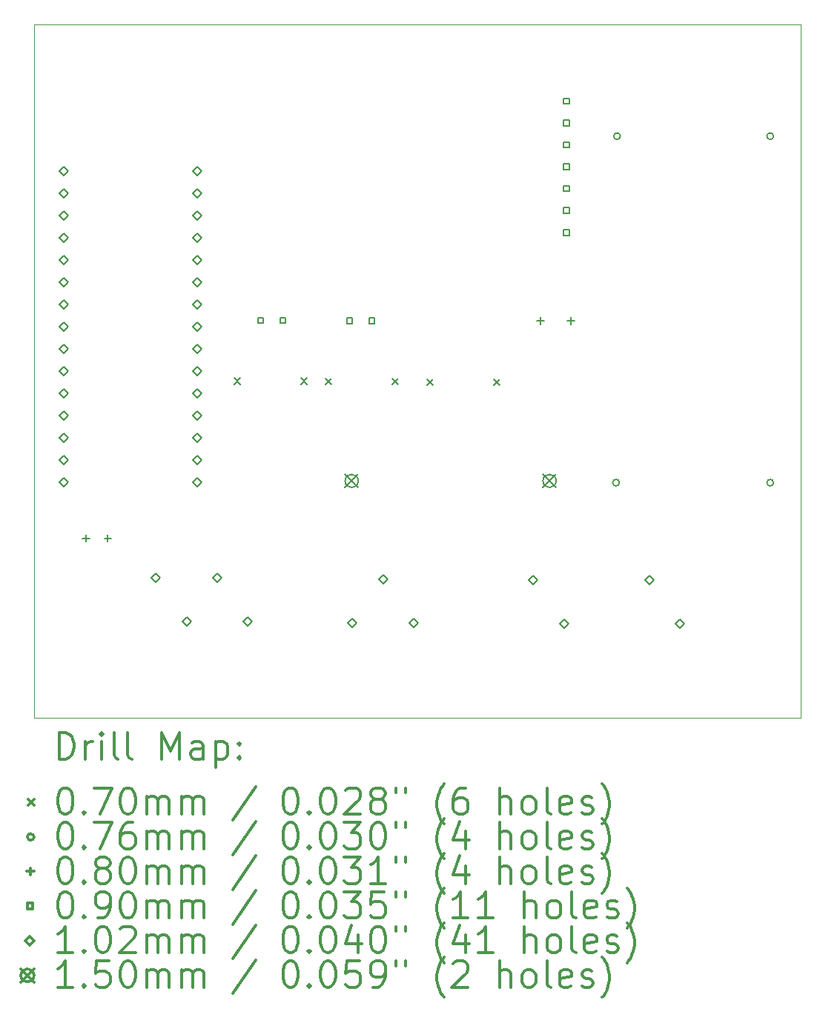
<source format=gbr>
%FSLAX45Y45*%
G04 Gerber Fmt 4.5, Leading zero omitted, Abs format (unit mm)*
G04 Created by KiCad (PCBNEW (5.1.5)-3) date 2021-05-14 14:22:50*
%MOMM*%
%LPD*%
G04 APERTURE LIST*
%TA.AperFunction,Profile*%
%ADD10C,0.050000*%
%TD*%
%ADD11C,0.200000*%
%ADD12C,0.300000*%
G04 APERTURE END LIST*
D10*
X10000000Y-14930000D02*
X10000000Y-7000000D01*
X18750000Y-14930000D02*
X10000000Y-14930000D01*
X18750000Y-7000000D02*
X18750000Y-14930000D01*
X10000000Y-7000000D02*
X18750000Y-7000000D01*
D11*
X13323000Y-11050000D02*
X13393000Y-11120000D01*
X13393000Y-11050000D02*
X13323000Y-11120000D01*
X12283000Y-11045000D02*
X12353000Y-11115000D01*
X12353000Y-11045000D02*
X12283000Y-11115000D01*
X13045000Y-11045000D02*
X13115000Y-11115000D01*
X13115000Y-11045000D02*
X13045000Y-11115000D01*
X14483000Y-11055000D02*
X14553000Y-11125000D01*
X14553000Y-11055000D02*
X14483000Y-11125000D01*
X15245000Y-11055000D02*
X15315000Y-11125000D01*
X15315000Y-11055000D02*
X15245000Y-11125000D01*
X14085000Y-11050000D02*
X14155000Y-11120000D01*
X14155000Y-11050000D02*
X14085000Y-11120000D01*
X16683100Y-12240000D02*
G75*
G03X16683100Y-12240000I-38100J0D01*
G01*
X16693100Y-8280000D02*
G75*
G03X16693100Y-8280000I-38100J0D01*
G01*
X18443100Y-8280000D02*
G75*
G03X18443100Y-8280000I-38100J0D01*
G01*
X18443100Y-12240000D02*
G75*
G03X18443100Y-12240000I-38100J0D01*
G01*
X10590000Y-12835000D02*
X10590000Y-12915000D01*
X10550000Y-12875000D02*
X10630000Y-12875000D01*
X10840000Y-12835000D02*
X10840000Y-12915000D01*
X10800000Y-12875000D02*
X10880000Y-12875000D01*
X15780000Y-10350000D02*
X15780000Y-10430000D01*
X15740000Y-10390000D02*
X15820000Y-10390000D01*
X16130000Y-10350000D02*
X16130000Y-10430000D01*
X16090000Y-10390000D02*
X16170000Y-10390000D01*
X16111820Y-7911820D02*
X16111820Y-7848180D01*
X16048180Y-7848180D01*
X16048180Y-7911820D01*
X16111820Y-7911820D01*
X16111820Y-8161820D02*
X16111820Y-8098180D01*
X16048180Y-8098180D01*
X16048180Y-8161820D01*
X16111820Y-8161820D01*
X16111820Y-8411820D02*
X16111820Y-8348180D01*
X16048180Y-8348180D01*
X16048180Y-8411820D01*
X16111820Y-8411820D01*
X16111820Y-8661820D02*
X16111820Y-8598180D01*
X16048180Y-8598180D01*
X16048180Y-8661820D01*
X16111820Y-8661820D01*
X16111820Y-8911820D02*
X16111820Y-8848180D01*
X16048180Y-8848180D01*
X16048180Y-8911820D01*
X16111820Y-8911820D01*
X16111820Y-9161820D02*
X16111820Y-9098180D01*
X16048180Y-9098180D01*
X16048180Y-9161820D01*
X16111820Y-9161820D01*
X16111820Y-9411820D02*
X16111820Y-9348180D01*
X16048180Y-9348180D01*
X16048180Y-9411820D01*
X16111820Y-9411820D01*
X13631820Y-10421820D02*
X13631820Y-10358180D01*
X13568180Y-10358180D01*
X13568180Y-10421820D01*
X13631820Y-10421820D01*
X13885820Y-10421820D02*
X13885820Y-10358180D01*
X13822180Y-10358180D01*
X13822180Y-10421820D01*
X13885820Y-10421820D01*
X12616820Y-10416820D02*
X12616820Y-10353180D01*
X12553180Y-10353180D01*
X12553180Y-10416820D01*
X12616820Y-10416820D01*
X12870820Y-10416820D02*
X12870820Y-10353180D01*
X12807180Y-10353180D01*
X12807180Y-10416820D01*
X12870820Y-10416820D01*
X17025000Y-13405800D02*
X17075800Y-13355000D01*
X17025000Y-13304200D01*
X16974200Y-13355000D01*
X17025000Y-13405800D01*
X17375000Y-13905800D02*
X17425800Y-13855000D01*
X17375000Y-13804200D01*
X17324200Y-13855000D01*
X17375000Y-13905800D01*
X11390000Y-13380800D02*
X11440800Y-13330000D01*
X11390000Y-13279200D01*
X11339200Y-13330000D01*
X11390000Y-13380800D01*
X11740000Y-13880800D02*
X11790800Y-13830000D01*
X11740000Y-13779200D01*
X11689200Y-13830000D01*
X11740000Y-13880800D01*
X12090000Y-13380800D02*
X12140800Y-13330000D01*
X12090000Y-13279200D01*
X12039200Y-13330000D01*
X12090000Y-13380800D01*
X12440000Y-13880800D02*
X12490800Y-13830000D01*
X12440000Y-13779200D01*
X12389200Y-13830000D01*
X12440000Y-13880800D01*
X15700000Y-13400800D02*
X15750800Y-13350000D01*
X15700000Y-13299200D01*
X15649200Y-13350000D01*
X15700000Y-13400800D01*
X16050000Y-13900800D02*
X16100800Y-13850000D01*
X16050000Y-13799200D01*
X15999200Y-13850000D01*
X16050000Y-13900800D01*
X10338000Y-8727800D02*
X10388800Y-8677000D01*
X10338000Y-8626200D01*
X10287200Y-8677000D01*
X10338000Y-8727800D01*
X10338000Y-8981800D02*
X10388800Y-8931000D01*
X10338000Y-8880200D01*
X10287200Y-8931000D01*
X10338000Y-8981800D01*
X10338000Y-9235800D02*
X10388800Y-9185000D01*
X10338000Y-9134200D01*
X10287200Y-9185000D01*
X10338000Y-9235800D01*
X10338000Y-9489800D02*
X10388800Y-9439000D01*
X10338000Y-9388200D01*
X10287200Y-9439000D01*
X10338000Y-9489800D01*
X10338000Y-9743800D02*
X10388800Y-9693000D01*
X10338000Y-9642200D01*
X10287200Y-9693000D01*
X10338000Y-9743800D01*
X10338000Y-9997800D02*
X10388800Y-9947000D01*
X10338000Y-9896200D01*
X10287200Y-9947000D01*
X10338000Y-9997800D01*
X10338000Y-10251800D02*
X10388800Y-10201000D01*
X10338000Y-10150200D01*
X10287200Y-10201000D01*
X10338000Y-10251800D01*
X10338000Y-10505800D02*
X10388800Y-10455000D01*
X10338000Y-10404200D01*
X10287200Y-10455000D01*
X10338000Y-10505800D01*
X10338000Y-10759800D02*
X10388800Y-10709000D01*
X10338000Y-10658200D01*
X10287200Y-10709000D01*
X10338000Y-10759800D01*
X10338000Y-11013800D02*
X10388800Y-10963000D01*
X10338000Y-10912200D01*
X10287200Y-10963000D01*
X10338000Y-11013800D01*
X10338000Y-11267800D02*
X10388800Y-11217000D01*
X10338000Y-11166200D01*
X10287200Y-11217000D01*
X10338000Y-11267800D01*
X10338000Y-11521800D02*
X10388800Y-11471000D01*
X10338000Y-11420200D01*
X10287200Y-11471000D01*
X10338000Y-11521800D01*
X10338000Y-11775800D02*
X10388800Y-11725000D01*
X10338000Y-11674200D01*
X10287200Y-11725000D01*
X10338000Y-11775800D01*
X10338000Y-12029800D02*
X10388800Y-11979000D01*
X10338000Y-11928200D01*
X10287200Y-11979000D01*
X10338000Y-12029800D01*
X10338000Y-12283800D02*
X10388800Y-12233000D01*
X10338000Y-12182200D01*
X10287200Y-12233000D01*
X10338000Y-12283800D01*
X11862000Y-8727800D02*
X11912800Y-8677000D01*
X11862000Y-8626200D01*
X11811200Y-8677000D01*
X11862000Y-8727800D01*
X11862000Y-8981800D02*
X11912800Y-8931000D01*
X11862000Y-8880200D01*
X11811200Y-8931000D01*
X11862000Y-8981800D01*
X11862000Y-9235800D02*
X11912800Y-9185000D01*
X11862000Y-9134200D01*
X11811200Y-9185000D01*
X11862000Y-9235800D01*
X11862000Y-9489800D02*
X11912800Y-9439000D01*
X11862000Y-9388200D01*
X11811200Y-9439000D01*
X11862000Y-9489800D01*
X11862000Y-9743800D02*
X11912800Y-9693000D01*
X11862000Y-9642200D01*
X11811200Y-9693000D01*
X11862000Y-9743800D01*
X11862000Y-9997800D02*
X11912800Y-9947000D01*
X11862000Y-9896200D01*
X11811200Y-9947000D01*
X11862000Y-9997800D01*
X11862000Y-10251800D02*
X11912800Y-10201000D01*
X11862000Y-10150200D01*
X11811200Y-10201000D01*
X11862000Y-10251800D01*
X11862000Y-10505800D02*
X11912800Y-10455000D01*
X11862000Y-10404200D01*
X11811200Y-10455000D01*
X11862000Y-10505800D01*
X11862000Y-10759800D02*
X11912800Y-10709000D01*
X11862000Y-10658200D01*
X11811200Y-10709000D01*
X11862000Y-10759800D01*
X11862000Y-11013800D02*
X11912800Y-10963000D01*
X11862000Y-10912200D01*
X11811200Y-10963000D01*
X11862000Y-11013800D01*
X11862000Y-11267800D02*
X11912800Y-11217000D01*
X11862000Y-11166200D01*
X11811200Y-11217000D01*
X11862000Y-11267800D01*
X11862000Y-11521800D02*
X11912800Y-11471000D01*
X11862000Y-11420200D01*
X11811200Y-11471000D01*
X11862000Y-11521800D01*
X11862000Y-11775800D02*
X11912800Y-11725000D01*
X11862000Y-11674200D01*
X11811200Y-11725000D01*
X11862000Y-11775800D01*
X11862000Y-12029800D02*
X11912800Y-11979000D01*
X11862000Y-11928200D01*
X11811200Y-11979000D01*
X11862000Y-12029800D01*
X11862000Y-12283800D02*
X11912800Y-12233000D01*
X11862000Y-12182200D01*
X11811200Y-12233000D01*
X11862000Y-12283800D01*
X13635000Y-13895800D02*
X13685800Y-13845000D01*
X13635000Y-13794200D01*
X13584200Y-13845000D01*
X13635000Y-13895800D01*
X13985000Y-13395800D02*
X14035800Y-13345000D01*
X13985000Y-13294200D01*
X13934200Y-13345000D01*
X13985000Y-13395800D01*
X14335000Y-13895800D02*
X14385800Y-13845000D01*
X14335000Y-13794200D01*
X14284200Y-13845000D01*
X14335000Y-13895800D01*
X13550000Y-12145000D02*
X13700000Y-12295000D01*
X13700000Y-12145000D02*
X13550000Y-12295000D01*
X13700000Y-12220000D02*
G75*
G03X13700000Y-12220000I-75000J0D01*
G01*
X15810000Y-12145000D02*
X15960000Y-12295000D01*
X15960000Y-12145000D02*
X15810000Y-12295000D01*
X15960000Y-12220000D02*
G75*
G03X15960000Y-12220000I-75000J0D01*
G01*
D12*
X10283928Y-15398214D02*
X10283928Y-15098214D01*
X10355357Y-15098214D01*
X10398214Y-15112500D01*
X10426786Y-15141071D01*
X10441071Y-15169643D01*
X10455357Y-15226786D01*
X10455357Y-15269643D01*
X10441071Y-15326786D01*
X10426786Y-15355357D01*
X10398214Y-15383929D01*
X10355357Y-15398214D01*
X10283928Y-15398214D01*
X10583928Y-15398214D02*
X10583928Y-15198214D01*
X10583928Y-15255357D02*
X10598214Y-15226786D01*
X10612500Y-15212500D01*
X10641071Y-15198214D01*
X10669643Y-15198214D01*
X10769643Y-15398214D02*
X10769643Y-15198214D01*
X10769643Y-15098214D02*
X10755357Y-15112500D01*
X10769643Y-15126786D01*
X10783928Y-15112500D01*
X10769643Y-15098214D01*
X10769643Y-15126786D01*
X10955357Y-15398214D02*
X10926786Y-15383929D01*
X10912500Y-15355357D01*
X10912500Y-15098214D01*
X11112500Y-15398214D02*
X11083928Y-15383929D01*
X11069643Y-15355357D01*
X11069643Y-15098214D01*
X11455357Y-15398214D02*
X11455357Y-15098214D01*
X11555357Y-15312500D01*
X11655357Y-15098214D01*
X11655357Y-15398214D01*
X11926786Y-15398214D02*
X11926786Y-15241071D01*
X11912500Y-15212500D01*
X11883928Y-15198214D01*
X11826786Y-15198214D01*
X11798214Y-15212500D01*
X11926786Y-15383929D02*
X11898214Y-15398214D01*
X11826786Y-15398214D01*
X11798214Y-15383929D01*
X11783928Y-15355357D01*
X11783928Y-15326786D01*
X11798214Y-15298214D01*
X11826786Y-15283929D01*
X11898214Y-15283929D01*
X11926786Y-15269643D01*
X12069643Y-15198214D02*
X12069643Y-15498214D01*
X12069643Y-15212500D02*
X12098214Y-15198214D01*
X12155357Y-15198214D01*
X12183928Y-15212500D01*
X12198214Y-15226786D01*
X12212500Y-15255357D01*
X12212500Y-15341071D01*
X12198214Y-15369643D01*
X12183928Y-15383929D01*
X12155357Y-15398214D01*
X12098214Y-15398214D01*
X12069643Y-15383929D01*
X12341071Y-15369643D02*
X12355357Y-15383929D01*
X12341071Y-15398214D01*
X12326786Y-15383929D01*
X12341071Y-15369643D01*
X12341071Y-15398214D01*
X12341071Y-15212500D02*
X12355357Y-15226786D01*
X12341071Y-15241071D01*
X12326786Y-15226786D01*
X12341071Y-15212500D01*
X12341071Y-15241071D01*
X9927500Y-15857500D02*
X9997500Y-15927500D01*
X9997500Y-15857500D02*
X9927500Y-15927500D01*
X10341071Y-15728214D02*
X10369643Y-15728214D01*
X10398214Y-15742500D01*
X10412500Y-15756786D01*
X10426786Y-15785357D01*
X10441071Y-15842500D01*
X10441071Y-15913929D01*
X10426786Y-15971071D01*
X10412500Y-15999643D01*
X10398214Y-16013929D01*
X10369643Y-16028214D01*
X10341071Y-16028214D01*
X10312500Y-16013929D01*
X10298214Y-15999643D01*
X10283928Y-15971071D01*
X10269643Y-15913929D01*
X10269643Y-15842500D01*
X10283928Y-15785357D01*
X10298214Y-15756786D01*
X10312500Y-15742500D01*
X10341071Y-15728214D01*
X10569643Y-15999643D02*
X10583928Y-16013929D01*
X10569643Y-16028214D01*
X10555357Y-16013929D01*
X10569643Y-15999643D01*
X10569643Y-16028214D01*
X10683928Y-15728214D02*
X10883928Y-15728214D01*
X10755357Y-16028214D01*
X11055357Y-15728214D02*
X11083928Y-15728214D01*
X11112500Y-15742500D01*
X11126786Y-15756786D01*
X11141071Y-15785357D01*
X11155357Y-15842500D01*
X11155357Y-15913929D01*
X11141071Y-15971071D01*
X11126786Y-15999643D01*
X11112500Y-16013929D01*
X11083928Y-16028214D01*
X11055357Y-16028214D01*
X11026786Y-16013929D01*
X11012500Y-15999643D01*
X10998214Y-15971071D01*
X10983928Y-15913929D01*
X10983928Y-15842500D01*
X10998214Y-15785357D01*
X11012500Y-15756786D01*
X11026786Y-15742500D01*
X11055357Y-15728214D01*
X11283928Y-16028214D02*
X11283928Y-15828214D01*
X11283928Y-15856786D02*
X11298214Y-15842500D01*
X11326786Y-15828214D01*
X11369643Y-15828214D01*
X11398214Y-15842500D01*
X11412500Y-15871071D01*
X11412500Y-16028214D01*
X11412500Y-15871071D02*
X11426786Y-15842500D01*
X11455357Y-15828214D01*
X11498214Y-15828214D01*
X11526786Y-15842500D01*
X11541071Y-15871071D01*
X11541071Y-16028214D01*
X11683928Y-16028214D02*
X11683928Y-15828214D01*
X11683928Y-15856786D02*
X11698214Y-15842500D01*
X11726786Y-15828214D01*
X11769643Y-15828214D01*
X11798214Y-15842500D01*
X11812500Y-15871071D01*
X11812500Y-16028214D01*
X11812500Y-15871071D02*
X11826786Y-15842500D01*
X11855357Y-15828214D01*
X11898214Y-15828214D01*
X11926786Y-15842500D01*
X11941071Y-15871071D01*
X11941071Y-16028214D01*
X12526786Y-15713929D02*
X12269643Y-16099643D01*
X12912500Y-15728214D02*
X12941071Y-15728214D01*
X12969643Y-15742500D01*
X12983928Y-15756786D01*
X12998214Y-15785357D01*
X13012500Y-15842500D01*
X13012500Y-15913929D01*
X12998214Y-15971071D01*
X12983928Y-15999643D01*
X12969643Y-16013929D01*
X12941071Y-16028214D01*
X12912500Y-16028214D01*
X12883928Y-16013929D01*
X12869643Y-15999643D01*
X12855357Y-15971071D01*
X12841071Y-15913929D01*
X12841071Y-15842500D01*
X12855357Y-15785357D01*
X12869643Y-15756786D01*
X12883928Y-15742500D01*
X12912500Y-15728214D01*
X13141071Y-15999643D02*
X13155357Y-16013929D01*
X13141071Y-16028214D01*
X13126786Y-16013929D01*
X13141071Y-15999643D01*
X13141071Y-16028214D01*
X13341071Y-15728214D02*
X13369643Y-15728214D01*
X13398214Y-15742500D01*
X13412500Y-15756786D01*
X13426786Y-15785357D01*
X13441071Y-15842500D01*
X13441071Y-15913929D01*
X13426786Y-15971071D01*
X13412500Y-15999643D01*
X13398214Y-16013929D01*
X13369643Y-16028214D01*
X13341071Y-16028214D01*
X13312500Y-16013929D01*
X13298214Y-15999643D01*
X13283928Y-15971071D01*
X13269643Y-15913929D01*
X13269643Y-15842500D01*
X13283928Y-15785357D01*
X13298214Y-15756786D01*
X13312500Y-15742500D01*
X13341071Y-15728214D01*
X13555357Y-15756786D02*
X13569643Y-15742500D01*
X13598214Y-15728214D01*
X13669643Y-15728214D01*
X13698214Y-15742500D01*
X13712500Y-15756786D01*
X13726786Y-15785357D01*
X13726786Y-15813929D01*
X13712500Y-15856786D01*
X13541071Y-16028214D01*
X13726786Y-16028214D01*
X13898214Y-15856786D02*
X13869643Y-15842500D01*
X13855357Y-15828214D01*
X13841071Y-15799643D01*
X13841071Y-15785357D01*
X13855357Y-15756786D01*
X13869643Y-15742500D01*
X13898214Y-15728214D01*
X13955357Y-15728214D01*
X13983928Y-15742500D01*
X13998214Y-15756786D01*
X14012500Y-15785357D01*
X14012500Y-15799643D01*
X13998214Y-15828214D01*
X13983928Y-15842500D01*
X13955357Y-15856786D01*
X13898214Y-15856786D01*
X13869643Y-15871071D01*
X13855357Y-15885357D01*
X13841071Y-15913929D01*
X13841071Y-15971071D01*
X13855357Y-15999643D01*
X13869643Y-16013929D01*
X13898214Y-16028214D01*
X13955357Y-16028214D01*
X13983928Y-16013929D01*
X13998214Y-15999643D01*
X14012500Y-15971071D01*
X14012500Y-15913929D01*
X13998214Y-15885357D01*
X13983928Y-15871071D01*
X13955357Y-15856786D01*
X14126786Y-15728214D02*
X14126786Y-15785357D01*
X14241071Y-15728214D02*
X14241071Y-15785357D01*
X14683928Y-16142500D02*
X14669643Y-16128214D01*
X14641071Y-16085357D01*
X14626786Y-16056786D01*
X14612500Y-16013929D01*
X14598214Y-15942500D01*
X14598214Y-15885357D01*
X14612500Y-15813929D01*
X14626786Y-15771071D01*
X14641071Y-15742500D01*
X14669643Y-15699643D01*
X14683928Y-15685357D01*
X14926786Y-15728214D02*
X14869643Y-15728214D01*
X14841071Y-15742500D01*
X14826786Y-15756786D01*
X14798214Y-15799643D01*
X14783928Y-15856786D01*
X14783928Y-15971071D01*
X14798214Y-15999643D01*
X14812500Y-16013929D01*
X14841071Y-16028214D01*
X14898214Y-16028214D01*
X14926786Y-16013929D01*
X14941071Y-15999643D01*
X14955357Y-15971071D01*
X14955357Y-15899643D01*
X14941071Y-15871071D01*
X14926786Y-15856786D01*
X14898214Y-15842500D01*
X14841071Y-15842500D01*
X14812500Y-15856786D01*
X14798214Y-15871071D01*
X14783928Y-15899643D01*
X15312500Y-16028214D02*
X15312500Y-15728214D01*
X15441071Y-16028214D02*
X15441071Y-15871071D01*
X15426786Y-15842500D01*
X15398214Y-15828214D01*
X15355357Y-15828214D01*
X15326786Y-15842500D01*
X15312500Y-15856786D01*
X15626786Y-16028214D02*
X15598214Y-16013929D01*
X15583928Y-15999643D01*
X15569643Y-15971071D01*
X15569643Y-15885357D01*
X15583928Y-15856786D01*
X15598214Y-15842500D01*
X15626786Y-15828214D01*
X15669643Y-15828214D01*
X15698214Y-15842500D01*
X15712500Y-15856786D01*
X15726786Y-15885357D01*
X15726786Y-15971071D01*
X15712500Y-15999643D01*
X15698214Y-16013929D01*
X15669643Y-16028214D01*
X15626786Y-16028214D01*
X15898214Y-16028214D02*
X15869643Y-16013929D01*
X15855357Y-15985357D01*
X15855357Y-15728214D01*
X16126786Y-16013929D02*
X16098214Y-16028214D01*
X16041071Y-16028214D01*
X16012500Y-16013929D01*
X15998214Y-15985357D01*
X15998214Y-15871071D01*
X16012500Y-15842500D01*
X16041071Y-15828214D01*
X16098214Y-15828214D01*
X16126786Y-15842500D01*
X16141071Y-15871071D01*
X16141071Y-15899643D01*
X15998214Y-15928214D01*
X16255357Y-16013929D02*
X16283928Y-16028214D01*
X16341071Y-16028214D01*
X16369643Y-16013929D01*
X16383928Y-15985357D01*
X16383928Y-15971071D01*
X16369643Y-15942500D01*
X16341071Y-15928214D01*
X16298214Y-15928214D01*
X16269643Y-15913929D01*
X16255357Y-15885357D01*
X16255357Y-15871071D01*
X16269643Y-15842500D01*
X16298214Y-15828214D01*
X16341071Y-15828214D01*
X16369643Y-15842500D01*
X16483928Y-16142500D02*
X16498214Y-16128214D01*
X16526786Y-16085357D01*
X16541071Y-16056786D01*
X16555357Y-16013929D01*
X16569643Y-15942500D01*
X16569643Y-15885357D01*
X16555357Y-15813929D01*
X16541071Y-15771071D01*
X16526786Y-15742500D01*
X16498214Y-15699643D01*
X16483928Y-15685357D01*
X9997500Y-16288500D02*
G75*
G03X9997500Y-16288500I-38100J0D01*
G01*
X10341071Y-16124214D02*
X10369643Y-16124214D01*
X10398214Y-16138500D01*
X10412500Y-16152786D01*
X10426786Y-16181357D01*
X10441071Y-16238500D01*
X10441071Y-16309929D01*
X10426786Y-16367071D01*
X10412500Y-16395643D01*
X10398214Y-16409929D01*
X10369643Y-16424214D01*
X10341071Y-16424214D01*
X10312500Y-16409929D01*
X10298214Y-16395643D01*
X10283928Y-16367071D01*
X10269643Y-16309929D01*
X10269643Y-16238500D01*
X10283928Y-16181357D01*
X10298214Y-16152786D01*
X10312500Y-16138500D01*
X10341071Y-16124214D01*
X10569643Y-16395643D02*
X10583928Y-16409929D01*
X10569643Y-16424214D01*
X10555357Y-16409929D01*
X10569643Y-16395643D01*
X10569643Y-16424214D01*
X10683928Y-16124214D02*
X10883928Y-16124214D01*
X10755357Y-16424214D01*
X11126786Y-16124214D02*
X11069643Y-16124214D01*
X11041071Y-16138500D01*
X11026786Y-16152786D01*
X10998214Y-16195643D01*
X10983928Y-16252786D01*
X10983928Y-16367071D01*
X10998214Y-16395643D01*
X11012500Y-16409929D01*
X11041071Y-16424214D01*
X11098214Y-16424214D01*
X11126786Y-16409929D01*
X11141071Y-16395643D01*
X11155357Y-16367071D01*
X11155357Y-16295643D01*
X11141071Y-16267071D01*
X11126786Y-16252786D01*
X11098214Y-16238500D01*
X11041071Y-16238500D01*
X11012500Y-16252786D01*
X10998214Y-16267071D01*
X10983928Y-16295643D01*
X11283928Y-16424214D02*
X11283928Y-16224214D01*
X11283928Y-16252786D02*
X11298214Y-16238500D01*
X11326786Y-16224214D01*
X11369643Y-16224214D01*
X11398214Y-16238500D01*
X11412500Y-16267071D01*
X11412500Y-16424214D01*
X11412500Y-16267071D02*
X11426786Y-16238500D01*
X11455357Y-16224214D01*
X11498214Y-16224214D01*
X11526786Y-16238500D01*
X11541071Y-16267071D01*
X11541071Y-16424214D01*
X11683928Y-16424214D02*
X11683928Y-16224214D01*
X11683928Y-16252786D02*
X11698214Y-16238500D01*
X11726786Y-16224214D01*
X11769643Y-16224214D01*
X11798214Y-16238500D01*
X11812500Y-16267071D01*
X11812500Y-16424214D01*
X11812500Y-16267071D02*
X11826786Y-16238500D01*
X11855357Y-16224214D01*
X11898214Y-16224214D01*
X11926786Y-16238500D01*
X11941071Y-16267071D01*
X11941071Y-16424214D01*
X12526786Y-16109929D02*
X12269643Y-16495643D01*
X12912500Y-16124214D02*
X12941071Y-16124214D01*
X12969643Y-16138500D01*
X12983928Y-16152786D01*
X12998214Y-16181357D01*
X13012500Y-16238500D01*
X13012500Y-16309929D01*
X12998214Y-16367071D01*
X12983928Y-16395643D01*
X12969643Y-16409929D01*
X12941071Y-16424214D01*
X12912500Y-16424214D01*
X12883928Y-16409929D01*
X12869643Y-16395643D01*
X12855357Y-16367071D01*
X12841071Y-16309929D01*
X12841071Y-16238500D01*
X12855357Y-16181357D01*
X12869643Y-16152786D01*
X12883928Y-16138500D01*
X12912500Y-16124214D01*
X13141071Y-16395643D02*
X13155357Y-16409929D01*
X13141071Y-16424214D01*
X13126786Y-16409929D01*
X13141071Y-16395643D01*
X13141071Y-16424214D01*
X13341071Y-16124214D02*
X13369643Y-16124214D01*
X13398214Y-16138500D01*
X13412500Y-16152786D01*
X13426786Y-16181357D01*
X13441071Y-16238500D01*
X13441071Y-16309929D01*
X13426786Y-16367071D01*
X13412500Y-16395643D01*
X13398214Y-16409929D01*
X13369643Y-16424214D01*
X13341071Y-16424214D01*
X13312500Y-16409929D01*
X13298214Y-16395643D01*
X13283928Y-16367071D01*
X13269643Y-16309929D01*
X13269643Y-16238500D01*
X13283928Y-16181357D01*
X13298214Y-16152786D01*
X13312500Y-16138500D01*
X13341071Y-16124214D01*
X13541071Y-16124214D02*
X13726786Y-16124214D01*
X13626786Y-16238500D01*
X13669643Y-16238500D01*
X13698214Y-16252786D01*
X13712500Y-16267071D01*
X13726786Y-16295643D01*
X13726786Y-16367071D01*
X13712500Y-16395643D01*
X13698214Y-16409929D01*
X13669643Y-16424214D01*
X13583928Y-16424214D01*
X13555357Y-16409929D01*
X13541071Y-16395643D01*
X13912500Y-16124214D02*
X13941071Y-16124214D01*
X13969643Y-16138500D01*
X13983928Y-16152786D01*
X13998214Y-16181357D01*
X14012500Y-16238500D01*
X14012500Y-16309929D01*
X13998214Y-16367071D01*
X13983928Y-16395643D01*
X13969643Y-16409929D01*
X13941071Y-16424214D01*
X13912500Y-16424214D01*
X13883928Y-16409929D01*
X13869643Y-16395643D01*
X13855357Y-16367071D01*
X13841071Y-16309929D01*
X13841071Y-16238500D01*
X13855357Y-16181357D01*
X13869643Y-16152786D01*
X13883928Y-16138500D01*
X13912500Y-16124214D01*
X14126786Y-16124214D02*
X14126786Y-16181357D01*
X14241071Y-16124214D02*
X14241071Y-16181357D01*
X14683928Y-16538500D02*
X14669643Y-16524214D01*
X14641071Y-16481357D01*
X14626786Y-16452786D01*
X14612500Y-16409929D01*
X14598214Y-16338500D01*
X14598214Y-16281357D01*
X14612500Y-16209929D01*
X14626786Y-16167071D01*
X14641071Y-16138500D01*
X14669643Y-16095643D01*
X14683928Y-16081357D01*
X14926786Y-16224214D02*
X14926786Y-16424214D01*
X14855357Y-16109929D02*
X14783928Y-16324214D01*
X14969643Y-16324214D01*
X15312500Y-16424214D02*
X15312500Y-16124214D01*
X15441071Y-16424214D02*
X15441071Y-16267071D01*
X15426786Y-16238500D01*
X15398214Y-16224214D01*
X15355357Y-16224214D01*
X15326786Y-16238500D01*
X15312500Y-16252786D01*
X15626786Y-16424214D02*
X15598214Y-16409929D01*
X15583928Y-16395643D01*
X15569643Y-16367071D01*
X15569643Y-16281357D01*
X15583928Y-16252786D01*
X15598214Y-16238500D01*
X15626786Y-16224214D01*
X15669643Y-16224214D01*
X15698214Y-16238500D01*
X15712500Y-16252786D01*
X15726786Y-16281357D01*
X15726786Y-16367071D01*
X15712500Y-16395643D01*
X15698214Y-16409929D01*
X15669643Y-16424214D01*
X15626786Y-16424214D01*
X15898214Y-16424214D02*
X15869643Y-16409929D01*
X15855357Y-16381357D01*
X15855357Y-16124214D01*
X16126786Y-16409929D02*
X16098214Y-16424214D01*
X16041071Y-16424214D01*
X16012500Y-16409929D01*
X15998214Y-16381357D01*
X15998214Y-16267071D01*
X16012500Y-16238500D01*
X16041071Y-16224214D01*
X16098214Y-16224214D01*
X16126786Y-16238500D01*
X16141071Y-16267071D01*
X16141071Y-16295643D01*
X15998214Y-16324214D01*
X16255357Y-16409929D02*
X16283928Y-16424214D01*
X16341071Y-16424214D01*
X16369643Y-16409929D01*
X16383928Y-16381357D01*
X16383928Y-16367071D01*
X16369643Y-16338500D01*
X16341071Y-16324214D01*
X16298214Y-16324214D01*
X16269643Y-16309929D01*
X16255357Y-16281357D01*
X16255357Y-16267071D01*
X16269643Y-16238500D01*
X16298214Y-16224214D01*
X16341071Y-16224214D01*
X16369643Y-16238500D01*
X16483928Y-16538500D02*
X16498214Y-16524214D01*
X16526786Y-16481357D01*
X16541071Y-16452786D01*
X16555357Y-16409929D01*
X16569643Y-16338500D01*
X16569643Y-16281357D01*
X16555357Y-16209929D01*
X16541071Y-16167071D01*
X16526786Y-16138500D01*
X16498214Y-16095643D01*
X16483928Y-16081357D01*
X9957500Y-16644500D02*
X9957500Y-16724500D01*
X9917500Y-16684500D02*
X9997500Y-16684500D01*
X10341071Y-16520214D02*
X10369643Y-16520214D01*
X10398214Y-16534500D01*
X10412500Y-16548786D01*
X10426786Y-16577357D01*
X10441071Y-16634500D01*
X10441071Y-16705929D01*
X10426786Y-16763071D01*
X10412500Y-16791643D01*
X10398214Y-16805929D01*
X10369643Y-16820214D01*
X10341071Y-16820214D01*
X10312500Y-16805929D01*
X10298214Y-16791643D01*
X10283928Y-16763071D01*
X10269643Y-16705929D01*
X10269643Y-16634500D01*
X10283928Y-16577357D01*
X10298214Y-16548786D01*
X10312500Y-16534500D01*
X10341071Y-16520214D01*
X10569643Y-16791643D02*
X10583928Y-16805929D01*
X10569643Y-16820214D01*
X10555357Y-16805929D01*
X10569643Y-16791643D01*
X10569643Y-16820214D01*
X10755357Y-16648786D02*
X10726786Y-16634500D01*
X10712500Y-16620214D01*
X10698214Y-16591643D01*
X10698214Y-16577357D01*
X10712500Y-16548786D01*
X10726786Y-16534500D01*
X10755357Y-16520214D01*
X10812500Y-16520214D01*
X10841071Y-16534500D01*
X10855357Y-16548786D01*
X10869643Y-16577357D01*
X10869643Y-16591643D01*
X10855357Y-16620214D01*
X10841071Y-16634500D01*
X10812500Y-16648786D01*
X10755357Y-16648786D01*
X10726786Y-16663071D01*
X10712500Y-16677357D01*
X10698214Y-16705929D01*
X10698214Y-16763071D01*
X10712500Y-16791643D01*
X10726786Y-16805929D01*
X10755357Y-16820214D01*
X10812500Y-16820214D01*
X10841071Y-16805929D01*
X10855357Y-16791643D01*
X10869643Y-16763071D01*
X10869643Y-16705929D01*
X10855357Y-16677357D01*
X10841071Y-16663071D01*
X10812500Y-16648786D01*
X11055357Y-16520214D02*
X11083928Y-16520214D01*
X11112500Y-16534500D01*
X11126786Y-16548786D01*
X11141071Y-16577357D01*
X11155357Y-16634500D01*
X11155357Y-16705929D01*
X11141071Y-16763071D01*
X11126786Y-16791643D01*
X11112500Y-16805929D01*
X11083928Y-16820214D01*
X11055357Y-16820214D01*
X11026786Y-16805929D01*
X11012500Y-16791643D01*
X10998214Y-16763071D01*
X10983928Y-16705929D01*
X10983928Y-16634500D01*
X10998214Y-16577357D01*
X11012500Y-16548786D01*
X11026786Y-16534500D01*
X11055357Y-16520214D01*
X11283928Y-16820214D02*
X11283928Y-16620214D01*
X11283928Y-16648786D02*
X11298214Y-16634500D01*
X11326786Y-16620214D01*
X11369643Y-16620214D01*
X11398214Y-16634500D01*
X11412500Y-16663071D01*
X11412500Y-16820214D01*
X11412500Y-16663071D02*
X11426786Y-16634500D01*
X11455357Y-16620214D01*
X11498214Y-16620214D01*
X11526786Y-16634500D01*
X11541071Y-16663071D01*
X11541071Y-16820214D01*
X11683928Y-16820214D02*
X11683928Y-16620214D01*
X11683928Y-16648786D02*
X11698214Y-16634500D01*
X11726786Y-16620214D01*
X11769643Y-16620214D01*
X11798214Y-16634500D01*
X11812500Y-16663071D01*
X11812500Y-16820214D01*
X11812500Y-16663071D02*
X11826786Y-16634500D01*
X11855357Y-16620214D01*
X11898214Y-16620214D01*
X11926786Y-16634500D01*
X11941071Y-16663071D01*
X11941071Y-16820214D01*
X12526786Y-16505929D02*
X12269643Y-16891643D01*
X12912500Y-16520214D02*
X12941071Y-16520214D01*
X12969643Y-16534500D01*
X12983928Y-16548786D01*
X12998214Y-16577357D01*
X13012500Y-16634500D01*
X13012500Y-16705929D01*
X12998214Y-16763071D01*
X12983928Y-16791643D01*
X12969643Y-16805929D01*
X12941071Y-16820214D01*
X12912500Y-16820214D01*
X12883928Y-16805929D01*
X12869643Y-16791643D01*
X12855357Y-16763071D01*
X12841071Y-16705929D01*
X12841071Y-16634500D01*
X12855357Y-16577357D01*
X12869643Y-16548786D01*
X12883928Y-16534500D01*
X12912500Y-16520214D01*
X13141071Y-16791643D02*
X13155357Y-16805929D01*
X13141071Y-16820214D01*
X13126786Y-16805929D01*
X13141071Y-16791643D01*
X13141071Y-16820214D01*
X13341071Y-16520214D02*
X13369643Y-16520214D01*
X13398214Y-16534500D01*
X13412500Y-16548786D01*
X13426786Y-16577357D01*
X13441071Y-16634500D01*
X13441071Y-16705929D01*
X13426786Y-16763071D01*
X13412500Y-16791643D01*
X13398214Y-16805929D01*
X13369643Y-16820214D01*
X13341071Y-16820214D01*
X13312500Y-16805929D01*
X13298214Y-16791643D01*
X13283928Y-16763071D01*
X13269643Y-16705929D01*
X13269643Y-16634500D01*
X13283928Y-16577357D01*
X13298214Y-16548786D01*
X13312500Y-16534500D01*
X13341071Y-16520214D01*
X13541071Y-16520214D02*
X13726786Y-16520214D01*
X13626786Y-16634500D01*
X13669643Y-16634500D01*
X13698214Y-16648786D01*
X13712500Y-16663071D01*
X13726786Y-16691643D01*
X13726786Y-16763071D01*
X13712500Y-16791643D01*
X13698214Y-16805929D01*
X13669643Y-16820214D01*
X13583928Y-16820214D01*
X13555357Y-16805929D01*
X13541071Y-16791643D01*
X14012500Y-16820214D02*
X13841071Y-16820214D01*
X13926786Y-16820214D02*
X13926786Y-16520214D01*
X13898214Y-16563071D01*
X13869643Y-16591643D01*
X13841071Y-16605929D01*
X14126786Y-16520214D02*
X14126786Y-16577357D01*
X14241071Y-16520214D02*
X14241071Y-16577357D01*
X14683928Y-16934500D02*
X14669643Y-16920214D01*
X14641071Y-16877357D01*
X14626786Y-16848786D01*
X14612500Y-16805929D01*
X14598214Y-16734500D01*
X14598214Y-16677357D01*
X14612500Y-16605929D01*
X14626786Y-16563071D01*
X14641071Y-16534500D01*
X14669643Y-16491643D01*
X14683928Y-16477357D01*
X14926786Y-16620214D02*
X14926786Y-16820214D01*
X14855357Y-16505929D02*
X14783928Y-16720214D01*
X14969643Y-16720214D01*
X15312500Y-16820214D02*
X15312500Y-16520214D01*
X15441071Y-16820214D02*
X15441071Y-16663071D01*
X15426786Y-16634500D01*
X15398214Y-16620214D01*
X15355357Y-16620214D01*
X15326786Y-16634500D01*
X15312500Y-16648786D01*
X15626786Y-16820214D02*
X15598214Y-16805929D01*
X15583928Y-16791643D01*
X15569643Y-16763071D01*
X15569643Y-16677357D01*
X15583928Y-16648786D01*
X15598214Y-16634500D01*
X15626786Y-16620214D01*
X15669643Y-16620214D01*
X15698214Y-16634500D01*
X15712500Y-16648786D01*
X15726786Y-16677357D01*
X15726786Y-16763071D01*
X15712500Y-16791643D01*
X15698214Y-16805929D01*
X15669643Y-16820214D01*
X15626786Y-16820214D01*
X15898214Y-16820214D02*
X15869643Y-16805929D01*
X15855357Y-16777357D01*
X15855357Y-16520214D01*
X16126786Y-16805929D02*
X16098214Y-16820214D01*
X16041071Y-16820214D01*
X16012500Y-16805929D01*
X15998214Y-16777357D01*
X15998214Y-16663071D01*
X16012500Y-16634500D01*
X16041071Y-16620214D01*
X16098214Y-16620214D01*
X16126786Y-16634500D01*
X16141071Y-16663071D01*
X16141071Y-16691643D01*
X15998214Y-16720214D01*
X16255357Y-16805929D02*
X16283928Y-16820214D01*
X16341071Y-16820214D01*
X16369643Y-16805929D01*
X16383928Y-16777357D01*
X16383928Y-16763071D01*
X16369643Y-16734500D01*
X16341071Y-16720214D01*
X16298214Y-16720214D01*
X16269643Y-16705929D01*
X16255357Y-16677357D01*
X16255357Y-16663071D01*
X16269643Y-16634500D01*
X16298214Y-16620214D01*
X16341071Y-16620214D01*
X16369643Y-16634500D01*
X16483928Y-16934500D02*
X16498214Y-16920214D01*
X16526786Y-16877357D01*
X16541071Y-16848786D01*
X16555357Y-16805929D01*
X16569643Y-16734500D01*
X16569643Y-16677357D01*
X16555357Y-16605929D01*
X16541071Y-16563071D01*
X16526786Y-16534500D01*
X16498214Y-16491643D01*
X16483928Y-16477357D01*
X9984320Y-17112320D02*
X9984320Y-17048680D01*
X9920680Y-17048680D01*
X9920680Y-17112320D01*
X9984320Y-17112320D01*
X10341071Y-16916214D02*
X10369643Y-16916214D01*
X10398214Y-16930500D01*
X10412500Y-16944786D01*
X10426786Y-16973357D01*
X10441071Y-17030500D01*
X10441071Y-17101929D01*
X10426786Y-17159072D01*
X10412500Y-17187643D01*
X10398214Y-17201929D01*
X10369643Y-17216214D01*
X10341071Y-17216214D01*
X10312500Y-17201929D01*
X10298214Y-17187643D01*
X10283928Y-17159072D01*
X10269643Y-17101929D01*
X10269643Y-17030500D01*
X10283928Y-16973357D01*
X10298214Y-16944786D01*
X10312500Y-16930500D01*
X10341071Y-16916214D01*
X10569643Y-17187643D02*
X10583928Y-17201929D01*
X10569643Y-17216214D01*
X10555357Y-17201929D01*
X10569643Y-17187643D01*
X10569643Y-17216214D01*
X10726786Y-17216214D02*
X10783928Y-17216214D01*
X10812500Y-17201929D01*
X10826786Y-17187643D01*
X10855357Y-17144786D01*
X10869643Y-17087643D01*
X10869643Y-16973357D01*
X10855357Y-16944786D01*
X10841071Y-16930500D01*
X10812500Y-16916214D01*
X10755357Y-16916214D01*
X10726786Y-16930500D01*
X10712500Y-16944786D01*
X10698214Y-16973357D01*
X10698214Y-17044786D01*
X10712500Y-17073357D01*
X10726786Y-17087643D01*
X10755357Y-17101929D01*
X10812500Y-17101929D01*
X10841071Y-17087643D01*
X10855357Y-17073357D01*
X10869643Y-17044786D01*
X11055357Y-16916214D02*
X11083928Y-16916214D01*
X11112500Y-16930500D01*
X11126786Y-16944786D01*
X11141071Y-16973357D01*
X11155357Y-17030500D01*
X11155357Y-17101929D01*
X11141071Y-17159072D01*
X11126786Y-17187643D01*
X11112500Y-17201929D01*
X11083928Y-17216214D01*
X11055357Y-17216214D01*
X11026786Y-17201929D01*
X11012500Y-17187643D01*
X10998214Y-17159072D01*
X10983928Y-17101929D01*
X10983928Y-17030500D01*
X10998214Y-16973357D01*
X11012500Y-16944786D01*
X11026786Y-16930500D01*
X11055357Y-16916214D01*
X11283928Y-17216214D02*
X11283928Y-17016214D01*
X11283928Y-17044786D02*
X11298214Y-17030500D01*
X11326786Y-17016214D01*
X11369643Y-17016214D01*
X11398214Y-17030500D01*
X11412500Y-17059072D01*
X11412500Y-17216214D01*
X11412500Y-17059072D02*
X11426786Y-17030500D01*
X11455357Y-17016214D01*
X11498214Y-17016214D01*
X11526786Y-17030500D01*
X11541071Y-17059072D01*
X11541071Y-17216214D01*
X11683928Y-17216214D02*
X11683928Y-17016214D01*
X11683928Y-17044786D02*
X11698214Y-17030500D01*
X11726786Y-17016214D01*
X11769643Y-17016214D01*
X11798214Y-17030500D01*
X11812500Y-17059072D01*
X11812500Y-17216214D01*
X11812500Y-17059072D02*
X11826786Y-17030500D01*
X11855357Y-17016214D01*
X11898214Y-17016214D01*
X11926786Y-17030500D01*
X11941071Y-17059072D01*
X11941071Y-17216214D01*
X12526786Y-16901929D02*
X12269643Y-17287643D01*
X12912500Y-16916214D02*
X12941071Y-16916214D01*
X12969643Y-16930500D01*
X12983928Y-16944786D01*
X12998214Y-16973357D01*
X13012500Y-17030500D01*
X13012500Y-17101929D01*
X12998214Y-17159072D01*
X12983928Y-17187643D01*
X12969643Y-17201929D01*
X12941071Y-17216214D01*
X12912500Y-17216214D01*
X12883928Y-17201929D01*
X12869643Y-17187643D01*
X12855357Y-17159072D01*
X12841071Y-17101929D01*
X12841071Y-17030500D01*
X12855357Y-16973357D01*
X12869643Y-16944786D01*
X12883928Y-16930500D01*
X12912500Y-16916214D01*
X13141071Y-17187643D02*
X13155357Y-17201929D01*
X13141071Y-17216214D01*
X13126786Y-17201929D01*
X13141071Y-17187643D01*
X13141071Y-17216214D01*
X13341071Y-16916214D02*
X13369643Y-16916214D01*
X13398214Y-16930500D01*
X13412500Y-16944786D01*
X13426786Y-16973357D01*
X13441071Y-17030500D01*
X13441071Y-17101929D01*
X13426786Y-17159072D01*
X13412500Y-17187643D01*
X13398214Y-17201929D01*
X13369643Y-17216214D01*
X13341071Y-17216214D01*
X13312500Y-17201929D01*
X13298214Y-17187643D01*
X13283928Y-17159072D01*
X13269643Y-17101929D01*
X13269643Y-17030500D01*
X13283928Y-16973357D01*
X13298214Y-16944786D01*
X13312500Y-16930500D01*
X13341071Y-16916214D01*
X13541071Y-16916214D02*
X13726786Y-16916214D01*
X13626786Y-17030500D01*
X13669643Y-17030500D01*
X13698214Y-17044786D01*
X13712500Y-17059072D01*
X13726786Y-17087643D01*
X13726786Y-17159072D01*
X13712500Y-17187643D01*
X13698214Y-17201929D01*
X13669643Y-17216214D01*
X13583928Y-17216214D01*
X13555357Y-17201929D01*
X13541071Y-17187643D01*
X13998214Y-16916214D02*
X13855357Y-16916214D01*
X13841071Y-17059072D01*
X13855357Y-17044786D01*
X13883928Y-17030500D01*
X13955357Y-17030500D01*
X13983928Y-17044786D01*
X13998214Y-17059072D01*
X14012500Y-17087643D01*
X14012500Y-17159072D01*
X13998214Y-17187643D01*
X13983928Y-17201929D01*
X13955357Y-17216214D01*
X13883928Y-17216214D01*
X13855357Y-17201929D01*
X13841071Y-17187643D01*
X14126786Y-16916214D02*
X14126786Y-16973357D01*
X14241071Y-16916214D02*
X14241071Y-16973357D01*
X14683928Y-17330500D02*
X14669643Y-17316214D01*
X14641071Y-17273357D01*
X14626786Y-17244786D01*
X14612500Y-17201929D01*
X14598214Y-17130500D01*
X14598214Y-17073357D01*
X14612500Y-17001929D01*
X14626786Y-16959072D01*
X14641071Y-16930500D01*
X14669643Y-16887643D01*
X14683928Y-16873357D01*
X14955357Y-17216214D02*
X14783928Y-17216214D01*
X14869643Y-17216214D02*
X14869643Y-16916214D01*
X14841071Y-16959072D01*
X14812500Y-16987643D01*
X14783928Y-17001929D01*
X15241071Y-17216214D02*
X15069643Y-17216214D01*
X15155357Y-17216214D02*
X15155357Y-16916214D01*
X15126786Y-16959072D01*
X15098214Y-16987643D01*
X15069643Y-17001929D01*
X15598214Y-17216214D02*
X15598214Y-16916214D01*
X15726786Y-17216214D02*
X15726786Y-17059072D01*
X15712500Y-17030500D01*
X15683928Y-17016214D01*
X15641071Y-17016214D01*
X15612500Y-17030500D01*
X15598214Y-17044786D01*
X15912500Y-17216214D02*
X15883928Y-17201929D01*
X15869643Y-17187643D01*
X15855357Y-17159072D01*
X15855357Y-17073357D01*
X15869643Y-17044786D01*
X15883928Y-17030500D01*
X15912500Y-17016214D01*
X15955357Y-17016214D01*
X15983928Y-17030500D01*
X15998214Y-17044786D01*
X16012500Y-17073357D01*
X16012500Y-17159072D01*
X15998214Y-17187643D01*
X15983928Y-17201929D01*
X15955357Y-17216214D01*
X15912500Y-17216214D01*
X16183928Y-17216214D02*
X16155357Y-17201929D01*
X16141071Y-17173357D01*
X16141071Y-16916214D01*
X16412500Y-17201929D02*
X16383928Y-17216214D01*
X16326786Y-17216214D01*
X16298214Y-17201929D01*
X16283928Y-17173357D01*
X16283928Y-17059072D01*
X16298214Y-17030500D01*
X16326786Y-17016214D01*
X16383928Y-17016214D01*
X16412500Y-17030500D01*
X16426786Y-17059072D01*
X16426786Y-17087643D01*
X16283928Y-17116214D01*
X16541071Y-17201929D02*
X16569643Y-17216214D01*
X16626786Y-17216214D01*
X16655357Y-17201929D01*
X16669643Y-17173357D01*
X16669643Y-17159072D01*
X16655357Y-17130500D01*
X16626786Y-17116214D01*
X16583928Y-17116214D01*
X16555357Y-17101929D01*
X16541071Y-17073357D01*
X16541071Y-17059072D01*
X16555357Y-17030500D01*
X16583928Y-17016214D01*
X16626786Y-17016214D01*
X16655357Y-17030500D01*
X16769643Y-17330500D02*
X16783928Y-17316214D01*
X16812500Y-17273357D01*
X16826786Y-17244786D01*
X16841071Y-17201929D01*
X16855357Y-17130500D01*
X16855357Y-17073357D01*
X16841071Y-17001929D01*
X16826786Y-16959072D01*
X16812500Y-16930500D01*
X16783928Y-16887643D01*
X16769643Y-16873357D01*
X9946700Y-17527300D02*
X9997500Y-17476500D01*
X9946700Y-17425700D01*
X9895900Y-17476500D01*
X9946700Y-17527300D01*
X10441071Y-17612214D02*
X10269643Y-17612214D01*
X10355357Y-17612214D02*
X10355357Y-17312214D01*
X10326786Y-17355072D01*
X10298214Y-17383643D01*
X10269643Y-17397929D01*
X10569643Y-17583643D02*
X10583928Y-17597929D01*
X10569643Y-17612214D01*
X10555357Y-17597929D01*
X10569643Y-17583643D01*
X10569643Y-17612214D01*
X10769643Y-17312214D02*
X10798214Y-17312214D01*
X10826786Y-17326500D01*
X10841071Y-17340786D01*
X10855357Y-17369357D01*
X10869643Y-17426500D01*
X10869643Y-17497929D01*
X10855357Y-17555072D01*
X10841071Y-17583643D01*
X10826786Y-17597929D01*
X10798214Y-17612214D01*
X10769643Y-17612214D01*
X10741071Y-17597929D01*
X10726786Y-17583643D01*
X10712500Y-17555072D01*
X10698214Y-17497929D01*
X10698214Y-17426500D01*
X10712500Y-17369357D01*
X10726786Y-17340786D01*
X10741071Y-17326500D01*
X10769643Y-17312214D01*
X10983928Y-17340786D02*
X10998214Y-17326500D01*
X11026786Y-17312214D01*
X11098214Y-17312214D01*
X11126786Y-17326500D01*
X11141071Y-17340786D01*
X11155357Y-17369357D01*
X11155357Y-17397929D01*
X11141071Y-17440786D01*
X10969643Y-17612214D01*
X11155357Y-17612214D01*
X11283928Y-17612214D02*
X11283928Y-17412214D01*
X11283928Y-17440786D02*
X11298214Y-17426500D01*
X11326786Y-17412214D01*
X11369643Y-17412214D01*
X11398214Y-17426500D01*
X11412500Y-17455072D01*
X11412500Y-17612214D01*
X11412500Y-17455072D02*
X11426786Y-17426500D01*
X11455357Y-17412214D01*
X11498214Y-17412214D01*
X11526786Y-17426500D01*
X11541071Y-17455072D01*
X11541071Y-17612214D01*
X11683928Y-17612214D02*
X11683928Y-17412214D01*
X11683928Y-17440786D02*
X11698214Y-17426500D01*
X11726786Y-17412214D01*
X11769643Y-17412214D01*
X11798214Y-17426500D01*
X11812500Y-17455072D01*
X11812500Y-17612214D01*
X11812500Y-17455072D02*
X11826786Y-17426500D01*
X11855357Y-17412214D01*
X11898214Y-17412214D01*
X11926786Y-17426500D01*
X11941071Y-17455072D01*
X11941071Y-17612214D01*
X12526786Y-17297929D02*
X12269643Y-17683643D01*
X12912500Y-17312214D02*
X12941071Y-17312214D01*
X12969643Y-17326500D01*
X12983928Y-17340786D01*
X12998214Y-17369357D01*
X13012500Y-17426500D01*
X13012500Y-17497929D01*
X12998214Y-17555072D01*
X12983928Y-17583643D01*
X12969643Y-17597929D01*
X12941071Y-17612214D01*
X12912500Y-17612214D01*
X12883928Y-17597929D01*
X12869643Y-17583643D01*
X12855357Y-17555072D01*
X12841071Y-17497929D01*
X12841071Y-17426500D01*
X12855357Y-17369357D01*
X12869643Y-17340786D01*
X12883928Y-17326500D01*
X12912500Y-17312214D01*
X13141071Y-17583643D02*
X13155357Y-17597929D01*
X13141071Y-17612214D01*
X13126786Y-17597929D01*
X13141071Y-17583643D01*
X13141071Y-17612214D01*
X13341071Y-17312214D02*
X13369643Y-17312214D01*
X13398214Y-17326500D01*
X13412500Y-17340786D01*
X13426786Y-17369357D01*
X13441071Y-17426500D01*
X13441071Y-17497929D01*
X13426786Y-17555072D01*
X13412500Y-17583643D01*
X13398214Y-17597929D01*
X13369643Y-17612214D01*
X13341071Y-17612214D01*
X13312500Y-17597929D01*
X13298214Y-17583643D01*
X13283928Y-17555072D01*
X13269643Y-17497929D01*
X13269643Y-17426500D01*
X13283928Y-17369357D01*
X13298214Y-17340786D01*
X13312500Y-17326500D01*
X13341071Y-17312214D01*
X13698214Y-17412214D02*
X13698214Y-17612214D01*
X13626786Y-17297929D02*
X13555357Y-17512214D01*
X13741071Y-17512214D01*
X13912500Y-17312214D02*
X13941071Y-17312214D01*
X13969643Y-17326500D01*
X13983928Y-17340786D01*
X13998214Y-17369357D01*
X14012500Y-17426500D01*
X14012500Y-17497929D01*
X13998214Y-17555072D01*
X13983928Y-17583643D01*
X13969643Y-17597929D01*
X13941071Y-17612214D01*
X13912500Y-17612214D01*
X13883928Y-17597929D01*
X13869643Y-17583643D01*
X13855357Y-17555072D01*
X13841071Y-17497929D01*
X13841071Y-17426500D01*
X13855357Y-17369357D01*
X13869643Y-17340786D01*
X13883928Y-17326500D01*
X13912500Y-17312214D01*
X14126786Y-17312214D02*
X14126786Y-17369357D01*
X14241071Y-17312214D02*
X14241071Y-17369357D01*
X14683928Y-17726500D02*
X14669643Y-17712214D01*
X14641071Y-17669357D01*
X14626786Y-17640786D01*
X14612500Y-17597929D01*
X14598214Y-17526500D01*
X14598214Y-17469357D01*
X14612500Y-17397929D01*
X14626786Y-17355072D01*
X14641071Y-17326500D01*
X14669643Y-17283643D01*
X14683928Y-17269357D01*
X14926786Y-17412214D02*
X14926786Y-17612214D01*
X14855357Y-17297929D02*
X14783928Y-17512214D01*
X14969643Y-17512214D01*
X15241071Y-17612214D02*
X15069643Y-17612214D01*
X15155357Y-17612214D02*
X15155357Y-17312214D01*
X15126786Y-17355072D01*
X15098214Y-17383643D01*
X15069643Y-17397929D01*
X15598214Y-17612214D02*
X15598214Y-17312214D01*
X15726786Y-17612214D02*
X15726786Y-17455072D01*
X15712500Y-17426500D01*
X15683928Y-17412214D01*
X15641071Y-17412214D01*
X15612500Y-17426500D01*
X15598214Y-17440786D01*
X15912500Y-17612214D02*
X15883928Y-17597929D01*
X15869643Y-17583643D01*
X15855357Y-17555072D01*
X15855357Y-17469357D01*
X15869643Y-17440786D01*
X15883928Y-17426500D01*
X15912500Y-17412214D01*
X15955357Y-17412214D01*
X15983928Y-17426500D01*
X15998214Y-17440786D01*
X16012500Y-17469357D01*
X16012500Y-17555072D01*
X15998214Y-17583643D01*
X15983928Y-17597929D01*
X15955357Y-17612214D01*
X15912500Y-17612214D01*
X16183928Y-17612214D02*
X16155357Y-17597929D01*
X16141071Y-17569357D01*
X16141071Y-17312214D01*
X16412500Y-17597929D02*
X16383928Y-17612214D01*
X16326786Y-17612214D01*
X16298214Y-17597929D01*
X16283928Y-17569357D01*
X16283928Y-17455072D01*
X16298214Y-17426500D01*
X16326786Y-17412214D01*
X16383928Y-17412214D01*
X16412500Y-17426500D01*
X16426786Y-17455072D01*
X16426786Y-17483643D01*
X16283928Y-17512214D01*
X16541071Y-17597929D02*
X16569643Y-17612214D01*
X16626786Y-17612214D01*
X16655357Y-17597929D01*
X16669643Y-17569357D01*
X16669643Y-17555072D01*
X16655357Y-17526500D01*
X16626786Y-17512214D01*
X16583928Y-17512214D01*
X16555357Y-17497929D01*
X16541071Y-17469357D01*
X16541071Y-17455072D01*
X16555357Y-17426500D01*
X16583928Y-17412214D01*
X16626786Y-17412214D01*
X16655357Y-17426500D01*
X16769643Y-17726500D02*
X16783928Y-17712214D01*
X16812500Y-17669357D01*
X16826786Y-17640786D01*
X16841071Y-17597929D01*
X16855357Y-17526500D01*
X16855357Y-17469357D01*
X16841071Y-17397929D01*
X16826786Y-17355072D01*
X16812500Y-17326500D01*
X16783928Y-17283643D01*
X16769643Y-17269357D01*
X9847500Y-17797500D02*
X9997500Y-17947500D01*
X9997500Y-17797500D02*
X9847500Y-17947500D01*
X9997500Y-17872500D02*
G75*
G03X9997500Y-17872500I-75000J0D01*
G01*
X10441071Y-18008214D02*
X10269643Y-18008214D01*
X10355357Y-18008214D02*
X10355357Y-17708214D01*
X10326786Y-17751072D01*
X10298214Y-17779643D01*
X10269643Y-17793929D01*
X10569643Y-17979643D02*
X10583928Y-17993929D01*
X10569643Y-18008214D01*
X10555357Y-17993929D01*
X10569643Y-17979643D01*
X10569643Y-18008214D01*
X10855357Y-17708214D02*
X10712500Y-17708214D01*
X10698214Y-17851072D01*
X10712500Y-17836786D01*
X10741071Y-17822500D01*
X10812500Y-17822500D01*
X10841071Y-17836786D01*
X10855357Y-17851072D01*
X10869643Y-17879643D01*
X10869643Y-17951072D01*
X10855357Y-17979643D01*
X10841071Y-17993929D01*
X10812500Y-18008214D01*
X10741071Y-18008214D01*
X10712500Y-17993929D01*
X10698214Y-17979643D01*
X11055357Y-17708214D02*
X11083928Y-17708214D01*
X11112500Y-17722500D01*
X11126786Y-17736786D01*
X11141071Y-17765357D01*
X11155357Y-17822500D01*
X11155357Y-17893929D01*
X11141071Y-17951072D01*
X11126786Y-17979643D01*
X11112500Y-17993929D01*
X11083928Y-18008214D01*
X11055357Y-18008214D01*
X11026786Y-17993929D01*
X11012500Y-17979643D01*
X10998214Y-17951072D01*
X10983928Y-17893929D01*
X10983928Y-17822500D01*
X10998214Y-17765357D01*
X11012500Y-17736786D01*
X11026786Y-17722500D01*
X11055357Y-17708214D01*
X11283928Y-18008214D02*
X11283928Y-17808214D01*
X11283928Y-17836786D02*
X11298214Y-17822500D01*
X11326786Y-17808214D01*
X11369643Y-17808214D01*
X11398214Y-17822500D01*
X11412500Y-17851072D01*
X11412500Y-18008214D01*
X11412500Y-17851072D02*
X11426786Y-17822500D01*
X11455357Y-17808214D01*
X11498214Y-17808214D01*
X11526786Y-17822500D01*
X11541071Y-17851072D01*
X11541071Y-18008214D01*
X11683928Y-18008214D02*
X11683928Y-17808214D01*
X11683928Y-17836786D02*
X11698214Y-17822500D01*
X11726786Y-17808214D01*
X11769643Y-17808214D01*
X11798214Y-17822500D01*
X11812500Y-17851072D01*
X11812500Y-18008214D01*
X11812500Y-17851072D02*
X11826786Y-17822500D01*
X11855357Y-17808214D01*
X11898214Y-17808214D01*
X11926786Y-17822500D01*
X11941071Y-17851072D01*
X11941071Y-18008214D01*
X12526786Y-17693929D02*
X12269643Y-18079643D01*
X12912500Y-17708214D02*
X12941071Y-17708214D01*
X12969643Y-17722500D01*
X12983928Y-17736786D01*
X12998214Y-17765357D01*
X13012500Y-17822500D01*
X13012500Y-17893929D01*
X12998214Y-17951072D01*
X12983928Y-17979643D01*
X12969643Y-17993929D01*
X12941071Y-18008214D01*
X12912500Y-18008214D01*
X12883928Y-17993929D01*
X12869643Y-17979643D01*
X12855357Y-17951072D01*
X12841071Y-17893929D01*
X12841071Y-17822500D01*
X12855357Y-17765357D01*
X12869643Y-17736786D01*
X12883928Y-17722500D01*
X12912500Y-17708214D01*
X13141071Y-17979643D02*
X13155357Y-17993929D01*
X13141071Y-18008214D01*
X13126786Y-17993929D01*
X13141071Y-17979643D01*
X13141071Y-18008214D01*
X13341071Y-17708214D02*
X13369643Y-17708214D01*
X13398214Y-17722500D01*
X13412500Y-17736786D01*
X13426786Y-17765357D01*
X13441071Y-17822500D01*
X13441071Y-17893929D01*
X13426786Y-17951072D01*
X13412500Y-17979643D01*
X13398214Y-17993929D01*
X13369643Y-18008214D01*
X13341071Y-18008214D01*
X13312500Y-17993929D01*
X13298214Y-17979643D01*
X13283928Y-17951072D01*
X13269643Y-17893929D01*
X13269643Y-17822500D01*
X13283928Y-17765357D01*
X13298214Y-17736786D01*
X13312500Y-17722500D01*
X13341071Y-17708214D01*
X13712500Y-17708214D02*
X13569643Y-17708214D01*
X13555357Y-17851072D01*
X13569643Y-17836786D01*
X13598214Y-17822500D01*
X13669643Y-17822500D01*
X13698214Y-17836786D01*
X13712500Y-17851072D01*
X13726786Y-17879643D01*
X13726786Y-17951072D01*
X13712500Y-17979643D01*
X13698214Y-17993929D01*
X13669643Y-18008214D01*
X13598214Y-18008214D01*
X13569643Y-17993929D01*
X13555357Y-17979643D01*
X13869643Y-18008214D02*
X13926786Y-18008214D01*
X13955357Y-17993929D01*
X13969643Y-17979643D01*
X13998214Y-17936786D01*
X14012500Y-17879643D01*
X14012500Y-17765357D01*
X13998214Y-17736786D01*
X13983928Y-17722500D01*
X13955357Y-17708214D01*
X13898214Y-17708214D01*
X13869643Y-17722500D01*
X13855357Y-17736786D01*
X13841071Y-17765357D01*
X13841071Y-17836786D01*
X13855357Y-17865357D01*
X13869643Y-17879643D01*
X13898214Y-17893929D01*
X13955357Y-17893929D01*
X13983928Y-17879643D01*
X13998214Y-17865357D01*
X14012500Y-17836786D01*
X14126786Y-17708214D02*
X14126786Y-17765357D01*
X14241071Y-17708214D02*
X14241071Y-17765357D01*
X14683928Y-18122500D02*
X14669643Y-18108214D01*
X14641071Y-18065357D01*
X14626786Y-18036786D01*
X14612500Y-17993929D01*
X14598214Y-17922500D01*
X14598214Y-17865357D01*
X14612500Y-17793929D01*
X14626786Y-17751072D01*
X14641071Y-17722500D01*
X14669643Y-17679643D01*
X14683928Y-17665357D01*
X14783928Y-17736786D02*
X14798214Y-17722500D01*
X14826786Y-17708214D01*
X14898214Y-17708214D01*
X14926786Y-17722500D01*
X14941071Y-17736786D01*
X14955357Y-17765357D01*
X14955357Y-17793929D01*
X14941071Y-17836786D01*
X14769643Y-18008214D01*
X14955357Y-18008214D01*
X15312500Y-18008214D02*
X15312500Y-17708214D01*
X15441071Y-18008214D02*
X15441071Y-17851072D01*
X15426786Y-17822500D01*
X15398214Y-17808214D01*
X15355357Y-17808214D01*
X15326786Y-17822500D01*
X15312500Y-17836786D01*
X15626786Y-18008214D02*
X15598214Y-17993929D01*
X15583928Y-17979643D01*
X15569643Y-17951072D01*
X15569643Y-17865357D01*
X15583928Y-17836786D01*
X15598214Y-17822500D01*
X15626786Y-17808214D01*
X15669643Y-17808214D01*
X15698214Y-17822500D01*
X15712500Y-17836786D01*
X15726786Y-17865357D01*
X15726786Y-17951072D01*
X15712500Y-17979643D01*
X15698214Y-17993929D01*
X15669643Y-18008214D01*
X15626786Y-18008214D01*
X15898214Y-18008214D02*
X15869643Y-17993929D01*
X15855357Y-17965357D01*
X15855357Y-17708214D01*
X16126786Y-17993929D02*
X16098214Y-18008214D01*
X16041071Y-18008214D01*
X16012500Y-17993929D01*
X15998214Y-17965357D01*
X15998214Y-17851072D01*
X16012500Y-17822500D01*
X16041071Y-17808214D01*
X16098214Y-17808214D01*
X16126786Y-17822500D01*
X16141071Y-17851072D01*
X16141071Y-17879643D01*
X15998214Y-17908214D01*
X16255357Y-17993929D02*
X16283928Y-18008214D01*
X16341071Y-18008214D01*
X16369643Y-17993929D01*
X16383928Y-17965357D01*
X16383928Y-17951072D01*
X16369643Y-17922500D01*
X16341071Y-17908214D01*
X16298214Y-17908214D01*
X16269643Y-17893929D01*
X16255357Y-17865357D01*
X16255357Y-17851072D01*
X16269643Y-17822500D01*
X16298214Y-17808214D01*
X16341071Y-17808214D01*
X16369643Y-17822500D01*
X16483928Y-18122500D02*
X16498214Y-18108214D01*
X16526786Y-18065357D01*
X16541071Y-18036786D01*
X16555357Y-17993929D01*
X16569643Y-17922500D01*
X16569643Y-17865357D01*
X16555357Y-17793929D01*
X16541071Y-17751072D01*
X16526786Y-17722500D01*
X16498214Y-17679643D01*
X16483928Y-17665357D01*
M02*

</source>
